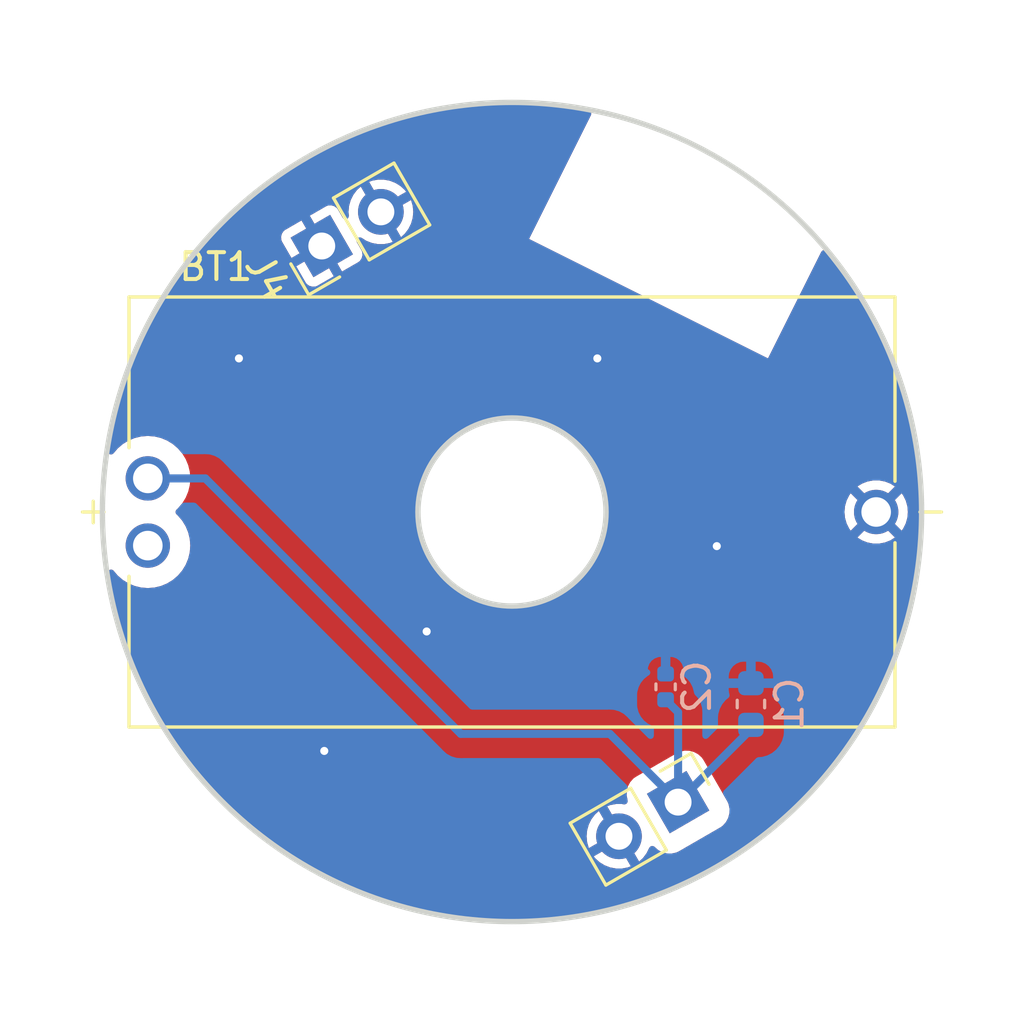
<source format=kicad_pcb>
(kicad_pcb (version 20221018) (generator pcbnew)
  (layers (0 "F.Cu" signal) (31 "B.Cu" signal) (34 "B.Paste" user) (35 "F.Paste" user) (36 "B.SilkS" user "B.Silkscreen") (37 "F.SilkS" user "F.Silkscreen") (38 "B.Mask" user) (39 "F.Mask" user) (44 "Edge.Cuts" user))
  (net 0 "")
  (net 1 "/batterymodule_1/VCC")
  (net 2 "GND")
  (footprint "batterymodule:BAT_BAT-HLD-014-THM" (layer "F.Cu") (at 146.05 127)
    (fp_text reference "BT1" (at -11.023 -9.123) (layer "F.SilkS"))
    (fp_text value "BAT-HLD-014-THM")
    (fp_line (start -15.98 0) (end -15.18 0) (stroke (width 0.127)) (layer "F.SilkS"))
    (fp_line (start -15.58 -0.4) (end -15.58 0.4) (stroke (width 0.127)) (layer "F.SilkS"))
    (fp_line (start -14.25 -8) (end 14.25 -8) (stroke (width 0.127)) (layer "F.SilkS"))
    (fp_line (start -14.25 -2.395) (end -14.25 -8) (stroke (width 0.127)) (layer "F.SilkS"))
    (fp_line (start -14.25 8) (end -14.25 2.395) (stroke (width 0.127)) (layer "F.SilkS"))
    (fp_line (start 14.25 -8) (end 14.25 -1.145) (stroke (width 0.127)) (layer "F.SilkS"))
    (fp_line (start 14.25 8) (end -14.25 8) (stroke (width 0.127)) (layer "F.SilkS"))
    (fp_line (start 14.25 8) (end 14.25 1.145) (stroke (width 0.127)) (layer "F.SilkS"))
    (fp_line (start 15.98 0) (end 15.18 0) (stroke (width 0.127)) (layer "F.SilkS"))
    (pad "N" thru_hole circle (at 13.55 0) (size 1.65 1.65) (drill 1.1) (layers "*.Cu" "*.Mask") (net 2 "GND"))
    (pad "P_1" thru_hole circle (at -13.55 -1.25) (size 1.65 1.65) (drill 1.1) (layers "*.Cu" "*.Mask") (net 1 "/batterymodule_1/VCC"))
    (pad "P_2" thru_hole circle (at -13.55 1.25) (size 1.65 1.65) (drill 1.1) (layers "*.Cu" "*.Mask"))
  )
  (footprint "Connector_PinHeader_2.54mm:PinHeader_1x02_P2.54mm_Vertical" (layer "F.Cu") (at 140.071974 116.468026 120)
    (fp_text reference "J4" (at 0 -3.6 120) (layer "F.SilkS"))
    (fp_text value "MECHANICAL")
    (fp_line (start -1.33 -2.6) (end 0 -2.6) (stroke (width 0.12)) (layer "F.SilkS"))
    (fp_line (start -1.33 -1.27) (end -1.33 -2.6) (stroke (width 0.12)) (layer "F.SilkS"))
    (fp_line (start -1.33 0) (end -1.33 2.6) (stroke (width 0.12)) (layer "F.SilkS"))
    (fp_line (start -1.33 0) (end 1.33 0) (stroke (width 0.12)) (layer "F.SilkS"))
    (fp_line (start -1.33 2.6) (end 1.33 2.6) (stroke (width 0.12)) (layer "F.SilkS"))
    (fp_line (start 1.33 0) (end 1.33 2.6) (stroke (width 0.12)) (layer "F.SilkS"))
    (pad "1" thru_hole rect (at 0 -1.27 120) (size 1.7 1.7) (drill 1) (layers "*.Cu" "*.Mask") (net 2 "GND"))
    (pad "2" thru_hole oval (at 0 1.27 120) (size 1.7 1.7) (drill 1) (layers "*.Cu" "*.Mask") (net 2 "GND"))
  )
  (footprint "Connector_PinHeader_2.54mm:PinHeader_1x02_P2.54mm_Vertical" (layer "F.Cu") (at 151.13 138.43 -60)
    (fp_text reference "J3" hide)
    (fp_text value "BATTERY")
    (fp_line (start -1.33 -2.6) (end 0 -2.6) (stroke (width 0.12)) (layer "F.SilkS"))
    (fp_line (start -1.33 -1.27) (end -1.33 -2.6) (stroke (width 0.12)) (layer "F.SilkS"))
    (fp_line (start -1.33 0) (end -1.33 2.6) (stroke (width 0.12)) (layer "F.SilkS"))
    (fp_line (start -1.33 0) (end 1.33 0) (stroke (width 0.12)) (layer "F.SilkS"))
    (fp_line (start -1.33 2.6) (end 1.33 2.6) (stroke (width 0.12)) (layer "F.SilkS"))
    (fp_line (start 1.33 0) (end 1.33 2.6) (stroke (width 0.12)) (layer "F.SilkS"))
    (pad "1" thru_hole rect (at 0 -1.27 300) (size 1.7 1.7) (drill 1) (layers "*.Cu" "*.Mask") (net 1 "/batterymodule_1/VCC"))
    (pad "2" thru_hole oval (at 0 1.27 300) (size 1.7 1.7) (drill 1) (layers "*.Cu" "*.Mask") (net 2 "GND"))
  )
  (footprint "Capacitor_SMD:C_0603_1608Metric" (layer "B.Cu") (at 154.94 134.145 90)
    (fp_text reference "C1" (at 0 1.43 90) (layer "B.SilkS") (effects (justify mirror)))
    (fp_text value "10uF")
    (fp_line (start -0.14058 -0.51) (end 0.14058 -0.51) (stroke (width 0.12)) (layer "B.SilkS"))
    (fp_line (start -0.14058 0.51) (end 0.14058 0.51) (stroke (width 0.12)) (layer "B.SilkS"))
    (pad "1" smd roundrect (at -0.775 0 90) (size 0.9 0.95) (layers "B.Cu" "B.Paste" "B.Mask") (net 1 "/batterymodule_1/VCC"))
    (pad "2" smd roundrect (at 0.775 0 90) (size 0.9 0.95) (layers "B.Cu" "B.Paste" "B.Mask") (net 2 "GND"))
  )
  (footprint "Capacitor_SMD:C_0402_1005Metric" (layer "B.Cu") (at 151.765 133.505 90)
    (fp_text reference "C2" (at 0 1.16 90) (layer "B.SilkS") (effects (justify mirror)))
    (fp_text value "0.1uF")
    (fp_line (start -0.107836 -0.36) (end 0.107836 -0.36) (stroke (width 0.12)) (layer "B.SilkS"))
    (fp_line (start -0.107836 0.36) (end 0.107836 0.36) (stroke (width 0.12)) (layer "B.SilkS"))
    (pad "1" smd roundrect (at -0.48 0 90) (size 0.56 0.62) (layers "B.Cu" "B.Paste" "B.Mask") (net 1 "/batterymodule_1/VCC"))
    (pad "2" smd roundrect (at 0.48 0 90) (size 0.56 0.62) (layers "B.Cu" "B.Paste" "B.Mask") (net 2 "GND"))
  )
  (gr_circle (center 146.05 127) (end 149.55 127) (stroke (width 0.2)) (fill none) (layer "Edge.Cuts"))
  (gr_circle (center 146.05 127) (end 161.29 127) (stroke (width 0.2)) (fill none) (layer "Edge.Cuts"))
  (segment (start 152.229852 137.795) (end 149.689852 135.255) (width 0.3) (layer "B.Cu") (net 1))
  (segment (start 134.64 125.75) (end 132.5 125.75) (width 0.3) (layer "B.Cu") (net 1))
  (segment (start 152.229852 134.449852) (end 152.229852 137.795) (width 0.3) (layer "B.Cu") (net 1))
  (segment (start 152.229852 137.795) (end 154.94 135.084852) (width 0.3) (layer "B.Cu") (net 1))
  (segment (start 151.765 133.985) (end 152.229852 134.449852) (width 0.3) (layer "B.Cu") (net 1))
  (segment (start 149.689852 135.255) (end 144.145 135.255) (width 0.3) (layer "B.Cu") (net 1))
  (segment (start 144.145 135.255) (end 134.64 125.75) (width 0.3) (layer "B.Cu") (net 1))
  (via (at 135.89 121.285) (size 0.6) (drill 0.3) (layers "F.Cu" "B.Cu") (net 2))
  (via (at 142.875 131.445) (size 0.6) (drill 0.3) (layers "F.Cu" "B.Cu") (net 2))
  (via (at 139.065 135.89) (size 0.6) (drill 0.3) (layers "F.Cu" "B.Cu") (net 2))
  (via (at 153.67 128.27) (size 0.6) (drill 0.3) (layers "F.Cu" "B.Cu") (net 2))
  (via (at 149.225 121.285) (size 0.6) (drill 0.3) (layers "F.Cu" "B.Cu") (net 2))
  (zone (net 2) (net_name "GND") (layers "F&B.Cu") (connect_pads (clearance 0.75)) (min_thickness 0.25) (fill yes (thermal_gap 0.35) (thermal_bridge_width 0.355) (smoothing fillet) (radius 0.5))
    (polygon (pts (xy 127 146.05) (xy 127 107.95) (xy 165.1 107.95) (xy 165.1 146.05)))
  )
  (zone (net 0) (net_name "") (layers "F&B.Cu") (connect_pads (clearance 0)) (min_thickness 0.25)
    (keepout (tracks allowed) (vias not_allowed) (pads allowed) (copperpour not_allowed) (footprints allowed))
    (fill (thermal_gap 0.5) (thermal_bridge_width 0.5))
    (polygon (pts (xy 149.86 110.49) (xy 158.75 114.935) (xy 155.575 121.285) (xy 146.685 116.84)))
  )
)
</source>
